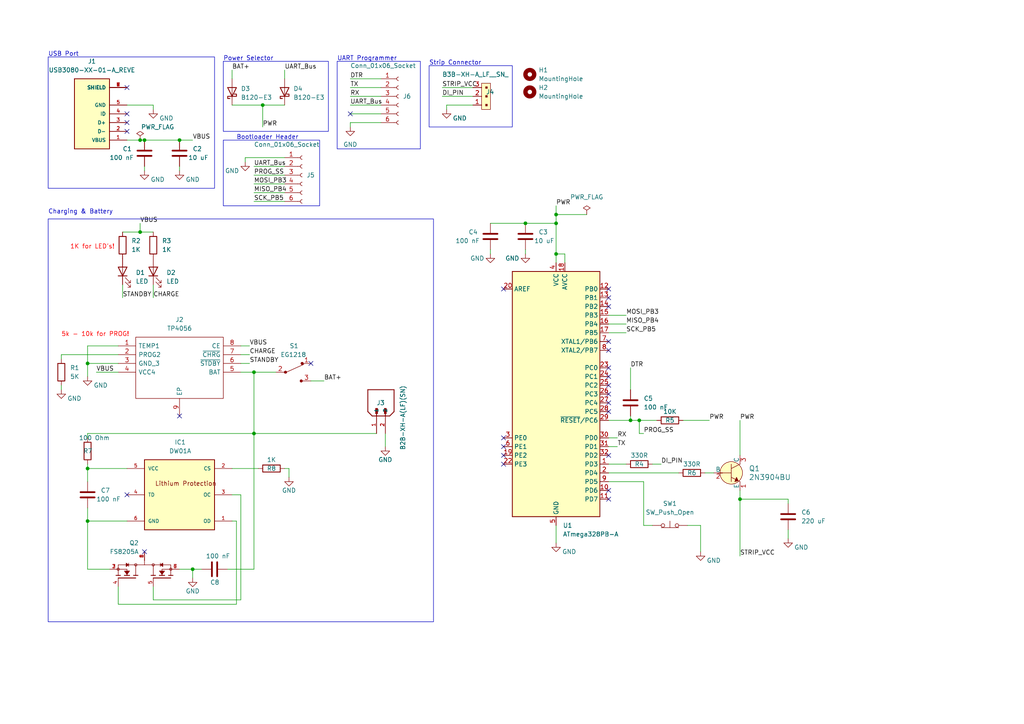
<source format=kicad_sch>
(kicad_sch (version 20230121) (generator eeschema)
  (paper "A4")
  (lib_symbols
    (symbol "B2B-XH-A_LF__SN_:B2B-XH-A(LF)(SN)" (pin_names (offset 1.016))
      (property "Reference" "J" (at 0 6.35 0))
      (property "Value" "B2B-XH-A(LF)(SN)" (at 0 -5.08 0))
      (symbol "B2B-XH-A(LF)(SN)_0_0"
        (polyline (pts (xy 0 -1.27) (xy 1.27 -2.54)) (stroke (width 0.254)))
        (polyline (pts (xy 0 0) (xy 1.905 0)) (stroke (width 0.254)))
        (polyline (pts (xy 0 2.54) (xy 0 -1.27)) (stroke (width 0.254)))
        (polyline (pts (xy 0 2.54) (xy 1.905 2.54)) (stroke (width 0.254)))
        (polyline (pts (xy 0 3.81) (xy 0 2.54)) (stroke (width 0.254)))
        (polyline (pts (xy 0 3.81) (xy 1.27 5.08)) (stroke (width 0.254)))
        (polyline (pts (xy 1.27 -2.54) (xy 7.62 -2.54)) (stroke (width 0.254)))
        (polyline (pts (xy 7.62 -2.54) (xy 7.62 5.08)) (stroke (width 0.254)))
        (polyline (pts (xy 7.62 5.08) (xy 1.27 5.08)) (stroke (width 0.254)))
        (rectangle (start 0.635 -0.3175) (end 2.2225 0.3175) (stroke (width 0.1)) (fill (type outline)))
        (rectangle (start 0.635 2.2225) (end 2.2225 2.8575) (stroke (width 0.1)) (fill (type outline)))
        (pin passive line (at -5.08 2.54 0) (length 5.08) (name "1") (number "1"))
        (pin passive line (at -5.08 0 0) (length 5.08) (name "2") (number "2"))
      )
    )
    (symbol "Connector:Conn_01x06_Socket" (pin_names (offset 1.016) hide)
      (property "Reference" "J" (at 0 7.62 0))
      (property "Value" "Conn_01x06_Socket" (at 0 -10.16 0))
      (symbol "Conn_01x06_Socket_1_1"
        (arc (start 0 -7.112) (mid -0.5058 -7.62) (end 0 -8.128) (stroke (width 0.1524)))
        (arc (start 0 -4.572) (mid -0.5058 -5.08) (end 0 -5.588) (stroke (width 0.1524)))
        (arc (start 0 -2.032) (mid -0.5058 -2.54) (end 0 -3.048) (stroke (width 0.1524)))
        (polyline (pts (xy -1.27 -7.62) (xy -0.508 -7.62)) (stroke (width 0.1524)))
        (polyline (pts (xy -1.27 -5.08) (xy -0.508 -5.08)) (stroke (width 0.1524)))
        (polyline (pts (xy -1.27 -2.54) (xy -0.508 -2.54)) (stroke (width 0.1524)))
        (polyline (pts (xy -1.27 0) (xy -0.508 0)) (stroke (width 0.1524)))
        (polyline (pts (xy -1.27 2.54) (xy -0.508 2.54)) (stroke (width 0.1524)))
        (polyline (pts (xy -1.27 5.08) (xy -0.508 5.08)) (stroke (width 0.1524)))
        (arc (start 0 0.508) (mid -0.5058 0) (end 0 -0.508) (stroke (width 0.1524)))
        (arc (start 0 3.048) (mid -0.5058 2.54) (end 0 2.032) (stroke (width 0.1524)))
        (arc (start 0 5.588) (mid -0.5058 5.08) (end 0 4.572) (stroke (width 0.1524)))
        (pin passive line (at -5.08 5.08 0) (length 3.81) (name "Pin_1") (number "1"))
        (pin passive line (at -5.08 2.54 0) (length 3.81) (name "Pin_2") (number "2"))
        (pin passive line (at -5.08 0 0) (length 3.81) (name "Pin_3") (number "3"))
        (pin passive line (at -5.08 -2.54 0) (length 3.81) (name "Pin_4") (number "4"))
        (pin passive line (at -5.08 -5.08 0) (length 3.81) (name "Pin_5") (number "5"))
        (pin passive line (at -5.08 -7.62 0) (length 3.81) (name "Pin_6") (number "6"))
      )
    )
    (symbol "DW01A:DW01A" (pin_names (offset 1.016))
      (property "Reference" "IC" (at -5.08 11.43 0))
      (property "Value" "DW01A" (at -5.08 -12.7 0))
      (symbol "DW01A_0_0"
        (rectangle (start -10.16 -10.16) (end 10.16 10.16) (stroke (width 0.254)) (fill (type background)))
        (text "Lithium Protection" (at -7.112 2.54 0) (effects (font (size 1.27 1.27)) (justify left bottom)))
        (pin bidirectional line (at 15.24 -7.62 180) (length 5.08) (name "OD") (number "1"))
        (pin bidirectional line (at 15.24 7.62 180) (length 5.08) (name "CS") (number "2"))
        (pin bidirectional line (at 15.24 0 180) (length 5.08) (name "OC") (number "3"))
        (pin bidirectional line (at -15.24 0 0) (length 5.08) (name "TD") (number "4"))
        (pin power_in line (at -15.24 7.62 0) (length 5.08) (name "VCC") (number "5"))
        (pin power_in line (at -15.24 -7.62 0) (length 5.08) (name "GND") (number "6"))
      )
    )
    (symbol "Device:C" (pin_numbers hide) (pin_names (offset 0.254))
      (property "Reference" "C" (at 0.635 2.54 0))
      (property "Value" "C" (at 0.635 -2.54 0))
      (symbol "C_0_1"
        (polyline (pts (xy -2.032 -0.762) (xy 2.032 -0.762)) (stroke (width 0.508)))
        (polyline (pts (xy -2.032 0.762) (xy 2.032 0.762)) (stroke (width 0.508)))
      )
      (symbol "C_1_1"
        (pin passive line (at 0 3.81 270) (length 2.794) (name "~") (number "1"))
        (pin passive line (at 0 -3.81 90) (length 2.794) (name "~") (number "2"))
      )
    )
    (symbol "Device:LED" (pin_numbers hide) (pin_names (offset 1.016) hide)
      (property "Reference" "D" (at 0 2.54 0))
      (property "Value" "LED" (at 0 -2.54 0))
      (symbol "LED_0_1"
        (polyline (pts (xy -1.27 -1.27) (xy -1.27 1.27)) (stroke (width 0.254)))
        (polyline (pts (xy -1.27 0) (xy 1.27 0)))
        (polyline (pts (xy 1.27 -1.27) (xy 1.27 1.27) (xy -1.27 0) (xy 1.27 -1.27)) (stroke (width 0.254)))
        (polyline (pts (xy -3.048 -0.762) (xy -4.572 -2.286) (xy -3.81 -2.286) (xy -4.572 -2.286) (xy -4.572 -1.524)))
        (polyline (pts (xy -1.778 -0.762) (xy -3.302 -2.286) (xy -2.54 -2.286) (xy -3.302 -2.286) (xy -3.302 -1.524)))
      )
      (symbol "LED_1_1"
        (pin passive line (at -3.81 0 0) (length 2.54) (name "K") (number "1"))
        (pin passive line (at 3.81 0 180) (length 2.54) (name "A") (number "2"))
      )
    )
    (symbol "Device:R" (pin_numbers hide) (pin_names (offset 0))
      (property "Reference" "R" (at 2.032 0 90))
      (property "Value" "R" (at 0 0 90))
      (symbol "R_0_1"
        (rectangle (start -1.016 -2.54) (end 1.016 2.54) (stroke (width 0.254)))
      )
      (symbol "R_1_1"
        (pin passive line (at 0 3.81 270) (length 1.27) (name "~") (number "1"))
        (pin passive line (at 0 -3.81 90) (length 1.27) (name "~") (number "2"))
      )
    )
    (symbol "Diode:B120-E3" (pin_numbers hide) (pin_names hide)
      (property "Reference" "D" (at 0 2.54 0))
      (property "Value" "B120-E3" (at 0 -2.54 0))
      (symbol "B120-E3_0_1"
        (polyline (pts (xy 1.27 0) (xy -1.27 0)))
        (polyline (pts (xy 1.27 1.27) (xy 1.27 -1.27) (xy -1.27 0) (xy 1.27 1.27)) (stroke (width 0.254)))
        (polyline (pts (xy -1.905 0.635) (xy -1.905 1.27) (xy -1.27 1.27) (xy -1.27 -1.27) (xy -0.635 -1.27) (xy -0.635 -0.635)) (stroke (width 0.254)))
      )
      (symbol "B120-E3_1_1"
        (pin passive line (at -3.81 0 0) (length 2.54) (name "K") (number "1"))
        (pin passive line (at 3.81 0 180) (length 2.54) (name "A") (number "2"))
      )
    )
    (symbol "FS8205A:FS8205A" (pin_names (offset 1.016))
      (property "Reference" "Q" (at -11.43 7.62 0))
      (property "Value" "FS8205A" (at -11.43 -12.7 0))
      (symbol "FS8205A_0_0"
        (circle (center 0 -7.62) (radius 0.3592))
        (polyline (pts (xy -2.54 -2.54) (xy -2.54 -7.62)) (stroke (width 0.254)))
        (polyline (pts (xy -2.54 7.62) (xy -2.54 2.54)) (stroke (width 0.254)))
        (polyline (pts (xy -1.778 -7.62) (xy -1.778 -8.255)) (stroke (width 0.254)))
        (polyline (pts (xy -1.778 -6.985) (xy -1.778 -7.62)) (stroke (width 0.254)))
        (polyline (pts (xy -1.778 -5.08) (xy -1.778 -5.842)) (stroke (width 0.254)))
        (polyline (pts (xy -1.778 -5.08) (xy 0 -5.08)) (stroke (width 0.1524)))
        (polyline (pts (xy -1.778 -4.318) (xy -1.778 -5.08)) (stroke (width 0.254)))
        (polyline (pts (xy -1.778 -2.54) (xy -1.778 -3.175)) (stroke (width 0.254)))
        (polyline (pts (xy -1.778 -2.54) (xy 1.27 -2.54)) (stroke (width 0.1524)))
        (polyline (pts (xy -1.778 -1.905) (xy -1.778 -2.54)) (stroke (width 0.254)))
        (polyline (pts (xy -1.778 2.54) (xy -1.778 1.905)) (stroke (width 0.254)))
        (polyline (pts (xy -1.778 3.175) (xy -1.778 2.54)) (stroke (width 0.254)))
        (polyline (pts (xy -1.778 5.08) (xy -1.778 4.318)) (stroke (width 0.254)))
        (polyline (pts (xy -1.778 5.08) (xy 0 5.08)) (stroke (width 0.1524)))
        (polyline (pts (xy -1.778 5.842) (xy -1.778 5.08)) (stroke (width 0.254)))
        (polyline (pts (xy -1.778 7.62) (xy -1.778 6.985)) (stroke (width 0.254)))
        (polyline (pts (xy -1.778 7.62) (xy 1.27 7.62)) (stroke (width 0.1524)))
        (polyline (pts (xy -1.778 8.255) (xy -1.778 7.62)) (stroke (width 0.254)))
        (polyline (pts (xy 0 -7.62) (xy -1.778 -7.62)) (stroke (width 0.1524)))
        (polyline (pts (xy 0 -7.62) (xy 1.27 -7.62)) (stroke (width 0.1524)))
        (polyline (pts (xy 0 -5.08) (xy 0 -7.62)) (stroke (width 0.1524)))
        (polyline (pts (xy 0 7.62) (xy 0 5.08)) (stroke (width 0.1524)))
        (polyline (pts (xy 0.762 4.572) (xy 1.27 4.572)) (stroke (width 0.1524)))
        (polyline (pts (xy 1.27 -4.572) (xy 0.762 -4.572)) (stroke (width 0.1524)))
        (polyline (pts (xy 1.27 -4.572) (xy 1.27 -7.62)) (stroke (width 0.1524)))
        (polyline (pts (xy 1.27 -2.54) (xy 1.27 -4.572)) (stroke (width 0.1524)))
        (polyline (pts (xy 1.27 -2.54) (xy 1.27 0)) (stroke (width 0.1524)))
        (polyline (pts (xy 1.27 0) (xy 1.27 2.54)) (stroke (width 0.1524)))
        (polyline (pts (xy 1.27 0) (xy 2.54 0)) (stroke (width 0.1524)))
        (polyline (pts (xy 1.27 2.54) (xy -1.778 2.54)) (stroke (width 0.1524)))
        (polyline (pts (xy 1.27 2.54) (xy 1.27 4.572)) (stroke (width 0.1524)))
        (polyline (pts (xy 1.27 4.572) (xy 1.27 7.62)) (stroke (width 0.1524)))
        (polyline (pts (xy 1.27 4.572) (xy 1.778 4.572)) (stroke (width 0.1524)))
        (polyline (pts (xy 1.778 -4.572) (xy 1.27 -4.572)) (stroke (width 0.1524)))
        (polyline (pts (xy -1.524 -5.08) (xy -0.508 -4.318) (xy -0.508 -5.842) (xy -1.524 -5.08)) (stroke (width 0.1524)) (fill (type outline)))
        (polyline (pts (xy -1.524 5.08) (xy -0.508 5.842) (xy -0.508 4.318) (xy -1.524 5.08)) (stroke (width 0.1524)) (fill (type outline)))
        (polyline (pts (xy 1.27 -4.572) (xy 0.762 -5.334) (xy 1.778 -5.334) (xy 1.27 -4.572)) (stroke (width 0.1524)) (fill (type outline)))
        (polyline (pts (xy 1.27 4.572) (xy 1.778 5.334) (xy 0.762 5.334) (xy 1.27 4.572)) (stroke (width 0.1524)) (fill (type outline)))
        (circle (center 0 7.62) (radius 0.3592))
        (circle (center 1.27 -2.54) (radius 0.3592))
        (circle (center 1.27 2.54) (radius 0.3592))
        (pin passive line (at 5.08 0 180) (length 2.54) (name "~") (number "1"))
        (pin passive line (at 0 -10.16 90) (length 2.54) (name "~") (number "2"))
        (pin passive line (at 0 -10.16 90) (length 2.54) (name "~") (number "3"))
        (pin passive line (at -5.08 -7.62 0) (length 2.54) (name "~") (number "4"))
        (pin passive line (at -5.08 2.54 0) (length 2.54) (name "~") (number "5"))
        (pin passive line (at 0 10.16 270) (length 2.54) (name "~") (number "6"))
        (pin passive line (at 0 10.16 270) (length 2.54) (name "~") (number "7"))
        (pin passive line (at 5.08 0 180) (length 2.54) (name "~") (number "8"))
      )
    )
    (symbol "MCU_Microchip_ATmega:ATmega328PB-A"
      (property "Reference" "U" (at -12.7 36.83 0))
      (property "Value" "ATmega328PB-A" (at 2.54 -36.83 0))
      (symbol "ATmega328PB-A_0_1"
        (rectangle (start -12.7 -35.56) (end 12.7 35.56) (stroke (width 0.254)) (fill (type background)))
      )
      (symbol "ATmega328PB-A_1_1"
        (pin bidirectional line (at 15.24 -20.32 180) (length 2.54) (name "PD3") (number "1"))
        (pin bidirectional line (at 15.24 -27.94 180) (length 2.54) (name "PD6") (number "10"))
        (pin bidirectional line (at 15.24 -30.48 180) (length 2.54) (name "PD7") (number "11"))
        (pin bidirectional line (at 15.24 30.48 180) (length 2.54) (name "PB0") (number "12"))
        (pin bidirectional line (at 15.24 27.94 180) (length 2.54) (name "PB1") (number "13"))
        (pin bidirectional line (at 15.24 25.4 180) (length 2.54) (name "PB2") (number "14"))
        (pin bidirectional line (at 15.24 22.86 180) (length 2.54) (name "PB3") (number "15"))
        (pin bidirectional line (at 15.24 20.32 180) (length 2.54) (name "PB4") (number "16"))
        (pin bidirectional line (at 15.24 17.78 180) (length 2.54) (name "PB5") (number "17"))
        (pin power_in line (at 2.54 38.1 270) (length 2.54) (name "AVCC") (number "18"))
        (pin bidirectional line (at -15.24 -17.78 0) (length 2.54) (name "PE2") (number "19"))
        (pin bidirectional line (at 15.24 -22.86 180) (length 2.54) (name "PD4") (number "2"))
        (pin passive line (at -15.24 30.48 0) (length 2.54) (name "AREF") (number "20"))
        (pin passive line (at 0 -38.1 90) (length 2.54) hide (name "GND") (number "21"))
        (pin bidirectional line (at -15.24 -20.32 0) (length 2.54) (name "PE3") (number "22"))
        (pin bidirectional line (at 15.24 7.62 180) (length 2.54) (name "PC0") (number "23"))
        (pin bidirectional line (at 15.24 5.08 180) (length 2.54) (name "PC1") (number "24"))
        (pin bidirectional line (at 15.24 2.54 180) (length 2.54) (name "PC2") (number "25"))
        (pin bidirectional line (at 15.24 0 180) (length 2.54) (name "PC3") (number "26"))
        (pin bidirectional line (at 15.24 -2.54 180) (length 2.54) (name "PC4") (number "27"))
        (pin bidirectional line (at 15.24 -5.08 180) (length 2.54) (name "PC5") (number "28"))
        (pin bidirectional line (at 15.24 -7.62 180) (length 2.54) (name "~{RESET}/PC6") (number "29"))
        (pin bidirectional line (at -15.24 -12.7 0) (length 2.54) (name "PE0") (number "3"))
        (pin bidirectional line (at 15.24 -12.7 180) (length 2.54) (name "PD0") (number "30"))
        (pin bidirectional line (at 15.24 -15.24 180) (length 2.54) (name "PD1") (number "31"))
        (pin bidirectional line (at 15.24 -17.78 180) (length 2.54) (name "PD2") (number "32"))
        (pin power_in line (at 0 38.1 270) (length 2.54) (name "VCC") (number "4"))
        (pin power_in line (at 0 -38.1 90) (length 2.54) (name "GND") (number "5"))
        (pin bidirectional line (at -15.24 -15.24 0) (length 2.54) (name "PE1") (number "6"))
        (pin bidirectional line (at 15.24 15.24 180) (length 2.54) (name "XTAL1/PB6") (number "7"))
        (pin bidirectional line (at 15.24 12.7 180) (length 2.54) (name "XTAL2/PB7") (number "8"))
        (pin bidirectional line (at 15.24 -25.4 180) (length 2.54) (name "PD5") (number "9"))
      )
    )
    (symbol "Mechanical:MountingHole" (pin_names (offset 1.016))
      (property "Reference" "H" (at 0 5.08 0))
      (property "Value" "MountingHole" (at 0 3.175 0))
      (symbol "MountingHole_0_1"
        (circle (center 0 0) (radius 1.27) (stroke (width 1.27)))
      )
    )
    (symbol "Switch:SW_Push_Open" (pin_numbers hide) (pin_names (offset 1.016) hide)
      (property "Reference" "SW" (at 0 2.54 0))
      (property "Value" "SW_Push_Open" (at 0 -1.905 0))
      (symbol "SW_Push_Open_0_1"
        (circle (center -2.032 0) (radius 0.508))
        (polyline (pts (xy -2.54 -0.635) (xy 2.54 -0.635)))
        (polyline (pts (xy 0 -0.635) (xy 0 1.27)))
        (circle (center 2.032 0) (radius 0.508))
        (pin passive line (at -5.08 0 0) (length 2.54) (name "A") (number "1"))
      )
      (symbol "SW_Push_Open_1_1"
        (pin passive line (at 5.08 0 180) (length 2.54) (name "B") (number "2"))
      )
    )
    (symbol "TP4056:TP4056" (pin_names (offset 0.762))
      (property "Reference" "J" (at 31.75 7.62 0))
      (property "Value" "TP4056" (at 31.75 5.08 0))
      (symbol "TP4056_0_0"
        (pin passive line (at 0 0 0) (length 5.08) (name "TEMP1") (number "1"))
        (pin passive line (at 0 -2.54 0) (length 5.08) (name "PROG2") (number "2"))
        (pin passive line (at 0 -5.08 0) (length 5.08) (name "GND_3") (number "3"))
        (pin passive line (at 0 -7.62 0) (length 5.08) (name "VCC4") (number "4"))
        (pin passive line (at 35.56 -7.62 180) (length 5.08) (name "BAT") (number "5"))
        (pin passive line (at 35.56 -5.08 180) (length 5.08) (name "~{STDBY}") (number "6"))
        (pin passive line (at 35.56 -2.54 180) (length 5.08) (name "~{CHRG}") (number "7"))
        (pin passive line (at 35.56 0 180) (length 5.08) (name "CE") (number "8"))
        (pin passive line (at 17.78 -20.32 90) (length 5.08) (name "EP") (number "9"))
      )
      (symbol "TP4056_0_1"
        (polyline (pts (xy 5.08 2.54) (xy 30.48 2.54) (xy 30.48 -15.24) (xy 5.08 -15.24) (xy 5.08 2.54)) (stroke (width 0.1524)))
      )
    )
    (symbol "USB3080-XX-01-A_REVE:USB3080-XX-01-A_REVE" (pin_names (offset 1.016))
      (property "Reference" "J" (at -5.0892 10.6872 0))
      (property "Value" "USB3080-XX-01-A_REVE" (at -5.0891 -12.7227 0))
      (symbol "USB3080-XX-01-A_REVE_0_0"
        (rectangle (start -5.08 -10.16) (end 5.08 10.16) (stroke (width 0.254)) (fill (type background)))
        (pin power_in line (at -10.16 7.62 0) (length 5.08) (name "VBUS") (number "1"))
        (pin bidirectional line (at -10.16 5.08 0) (length 5.08) (name "D-") (number "2"))
        (pin bidirectional line (at -10.16 2.54 0) (length 5.08) (name "D+") (number "3"))
        (pin bidirectional line (at -10.16 0 0) (length 5.08) (name "ID") (number "4"))
        (pin power_in line (at -10.16 -2.54 0) (length 5.08) (name "GND") (number "5"))
        (pin power_in line (at -10.16 -7.62 0) (length 5.08) (name "SHIELD") (number "6"))
        (pin power_in line (at -10.16 -7.62 0) (length 5.08) (name "SHIELD") (number "7"))
        (pin power_in line (at -10.16 -7.62 0) (length 5.08) (name "SHIELD") (number "8"))
        (pin power_in line (at -10.16 -7.62 0) (length 5.08) (name "SHIELD") (number "9"))
      )
    )
    (symbol "dk_Rectangular-Connectors-Headers-Male-Pins:B3B-XH-A_LF__SN_" (pin_names (offset 1.016) hide)
      (property "Reference" "J" (at -2.54 -1.27 0))
      (property "Value" "B3B-XH-A_LF__SN_" (at 2.54 -3.81 0))
      (symbol "B3B-XH-A_LF__SN__1_1"
        (rectangle (start -1.27 0) (end 6.35 -2.54) (fill (type background)))
        (rectangle (start -0.254 -1.143) (end 0.254 -1.651) (fill (type outline)))
        (rectangle (start 2.286 -1.143) (end 2.794 -1.651) (fill (type outline)))
        (rectangle (start 4.826 -1.143) (end 5.334 -1.651) (fill (type outline)))
        (pin passive line (at 0 2.54 270) (length 2.54) (name "~") (number "1"))
        (pin passive line (at 2.54 2.54 270) (length 2.54) (name "~") (number "2"))
        (pin passive line (at 5.08 2.54 270) (length 2.54) (name "~") (number "3"))
      )
    )
    (symbol "dk_Slide-Switches:EG1218" (pin_names (offset 0))
      (property "Reference" "S" (at -3.81 2.286 0))
      (property "Value" "EG1218" (at 0 -5.334 0))
      (symbol "EG1218_0_1"
        (circle (center -2.286 0) (radius 0.3556) (fill (type outline)))
        (polyline (pts (xy -2.032 0) (xy 3.048 2.286)))
        (circle (center 2.286 -2.54) (radius 0.3556) (fill (type outline)))
        (circle (center 2.54 2.54) (radius 0.3556) (fill (type outline)))
      )
      (symbol "EG1218_1_1"
        (pin passive line (at 5.08 2.54 180) (length 2.54) (name "~") (number "1"))
        (pin passive line (at -5.08 0 0) (length 2.54) (name "~") (number "2"))
        (pin passive line (at 5.08 -2.54 180) (length 2.54) (name "~") (number "3"))
      )
    )
    (symbol "dk_Transistors-Bipolar-BJT-Single:2N3904BU" (pin_names (offset 0))
      (property "Reference" "Q" (at -3.2004 4.2164 0))
      (property "Value" "2N3904BU" (at 5.2324 0 90))
      (symbol "2N3904BU_0_1"
        (polyline (pts (xy -3.81 0) (xy -2.54 0)))
        (polyline (pts (xy -3.556 0) (xy 0 0)))
        (polyline (pts (xy 0 -1.27) (xy 2.54 -2.54)))
        (polyline (pts (xy 0 1.27) (xy 2.54 2.54)))
        (polyline (pts (xy 0 2.54) (xy 0 -2.54)))
        (polyline (pts (xy 1.524 -1.27) (xy 2.032 -2.286) (xy 1.016 -2.54) (xy 1.524 -1.27)) (fill (type outline)))
        (circle (center 0 0) (radius 3.2512) (fill (type background)))
      )
      (symbol "2N3904BU_1_1"
        (pin passive line (at 2.54 -5.08 90) (length 2.54) (name "E") (number "1"))
        (pin input line (at -5.08 0 0) (length 2.54) (name "B") (number "2"))
        (pin passive line (at 2.54 5.08 270) (length 2.54) (name "C") (number "3"))
      )
    )
    (symbol "power:GND" (power) (pin_names (offset 0))
      (property "Value" "GND" (at 0 -3.81 0))
      (symbol "GND_0_1"
        (polyline (pts (xy 0 0) (xy 0 -1.27) (xy 1.27 -1.27) (xy 0 -2.54) (xy -1.27 -1.27) (xy 0 -1.27)))
      )
      (symbol "GND_1_1"
        (pin power_in line (at 0 0 270) (length 0) hide (name "GND") (number "1"))
      )
    )
    (symbol "power:PWR_FLAG" (power) (pin_numbers hide) (pin_names (offset 0) hide)
      (property "Value" "PWR_FLAG" (at 0 3.81 0))
      (symbol "PWR_FLAG_0_0"
        (pin power_out line (at 0 0 90) (length 0) (name "pwr") (number "1"))
      )
      (symbol "PWR_FLAG_0_1"
        (polyline (pts (xy 0 0) (xy 0 1.27) (xy -1.016 1.905) (xy 0 2.54) (xy 1.016 1.905) (xy 0 1.27)))
      )
    )
  )
  (junction (at 161.29 73.66))
  (junction (at 214.63 144.78))
  (junction (at 41.91 40.64))
  (junction (at 55.88 165.1))
  (junction (at 185.42 121.92))
  (junction (at 76.2 30.48))
  (junction (at 152.4 64.77))
  (junction (at 25.4 135.89))
  (junction (at 73.66 125.73))
  (junction (at 40.64 40.64))
  (junction (at 73.66 107.95))
  (junction (at 40.64 67.31))
  (junction (at 25.4 151.13))
  (junction (at 161.29 64.77))
  (junction (at 25.4 105.41))
  (junction (at 182.88 121.92))
  (junction (at 52.07 40.64))
  (junction (at 161.29 62.23))
  (no_connect (at 176.53 101.6))
  (no_connect (at 176.53 132.08))
  (no_connect (at 176.53 111.76))
  (no_connect (at 176.53 119.38))
  (no_connect (at 176.53 88.9))
  (no_connect (at 176.53 144.78))
  (no_connect (at 36.83 25.4))
  (no_connect (at 176.53 142.24))
  (no_connect (at 146.05 83.82))
  (no_connect (at 176.53 83.82))
  (no_connect (at 90.17 105.41))
  (no_connect (at 146.05 129.54))
  (no_connect (at 176.53 86.36))
  (no_connect (at 176.53 99.06))
  (no_connect (at 146.05 134.62))
  (no_connect (at 176.53 109.22))
  (no_connect (at 36.83 143.51))
  (no_connect (at 146.05 132.08))
  (no_connect (at 176.53 106.68))
  (no_connect (at 176.53 116.84))
  (no_connect (at 36.83 38.1))
  (no_connect (at 146.05 127))
  (no_connect (at 176.53 114.3))
  (no_connect (at 36.83 35.56))
  (no_connect (at 41.91 160.02))
  (no_connect (at 52.07 120.65))
  (no_connect (at 36.83 33.02))
  (no_connect (at 101.6 33.02))
  (wire (pts (xy 36.83 40.64) (xy 40.64 40.64)))
  (wire (pts (xy 182.88 106.68) (xy 182.88 113.03)))
  (wire (pts (xy 34.29 102.87) (xy 17.78 102.87)))
  (wire (pts (xy 214.63 144.78) (xy 228.6 144.78)))
  (wire (pts (xy 73.66 125.73) (xy 109.22 125.73)))
  (wire (pts (xy 101.6 36.83) (xy 101.6 35.56)))
  (wire (pts (xy 44.45 30.48) (xy 44.45 31.75)))
  (wire (pts (xy 40.64 67.31) (xy 44.45 67.31)))
  (wire (pts (xy 25.4 134.62) (xy 25.4 135.89)))
  (wire (pts (xy 40.64 64.77) (xy 40.64 67.31)))
  (wire (pts (xy 34.29 170.18) (xy 34.29 175.26)))
  (wire (pts (xy 128.27 27.94) (xy 137.16 27.94)))
  (wire (pts (xy 34.29 105.41) (xy 25.4 105.41)))
  (wire (pts (xy 73.66 53.34) (xy 82.55 53.34)))
  (wire (pts (xy 176.53 96.52) (xy 181.61 96.52)))
  (wire (pts (xy 73.66 50.8) (xy 82.55 50.8)))
  (wire (pts (xy 67.31 20.32) (xy 67.31 22.86)))
  (wire (pts (xy 182.88 121.92) (xy 185.42 121.92)))
  (wire (pts (xy 44.45 82.55) (xy 44.45 86.36)))
  (wire (pts (xy 83.82 135.89) (xy 83.82 138.43)))
  (wire (pts (xy 52.07 165.1) (xy 55.88 165.1)))
  (wire (pts (xy 69.85 100.33) (xy 72.39 100.33)))
  (wire (pts (xy 34.29 100.33) (xy 25.4 100.33)))
  (wire (pts (xy 76.2 30.48) (xy 76.2 36.83)))
  (wire (pts (xy 25.4 139.7) (xy 25.4 135.89)))
  (wire (pts (xy 68.58 175.26) (xy 68.58 151.13)))
  (wire (pts (xy 69.85 143.51) (xy 67.31 143.51)))
  (wire (pts (xy 35.56 82.55) (xy 35.56 86.36)))
  (wire (pts (xy 198.12 121.92) (xy 205.74 121.92)))
  (wire (pts (xy 73.66 55.88) (xy 82.55 55.88)))
  (wire (pts (xy 55.88 165.1) (xy 58.42 165.1)))
  (wire (pts (xy 186.69 139.7) (xy 186.69 152.4)))
  (wire (pts (xy 142.24 73.66) (xy 142.24 72.39)))
  (wire (pts (xy 25.4 105.41) (xy 25.4 109.22)))
  (wire (pts (xy 176.53 91.44) (xy 181.61 91.44)))
  (wire (pts (xy 179.07 127) (xy 176.53 127)))
  (wire (pts (xy 25.4 125.73) (xy 73.66 125.73)))
  (wire (pts (xy 128.27 25.4) (xy 137.16 25.4)))
  (wire (pts (xy 82.55 135.89) (xy 83.82 135.89)))
  (wire (pts (xy 185.42 125.73) (xy 186.69 125.73)))
  (wire (pts (xy 214.63 144.78) (xy 214.63 161.29)))
  (wire (pts (xy 55.88 165.1) (xy 55.88 167.64)))
  (wire (pts (xy 101.6 33.02) (xy 110.49 33.02)))
  (wire (pts (xy 161.29 59.69) (xy 161.29 62.23)))
  (wire (pts (xy 25.4 100.33) (xy 25.4 105.41)))
  (wire (pts (xy 52.07 48.26) (xy 52.07 49.53)))
  (wire (pts (xy 40.64 40.64) (xy 41.91 40.64)))
  (wire (pts (xy 73.66 125.73) (xy 73.66 165.1)))
  (wire (pts (xy 90.17 110.49) (xy 93.98 110.49)))
  (wire (pts (xy 170.18 62.23) (xy 161.29 62.23)))
  (wire (pts (xy 189.23 152.4) (xy 186.69 152.4)))
  (wire (pts (xy 17.78 111.76) (xy 17.78 113.03)))
  (wire (pts (xy 69.85 102.87) (xy 72.39 102.87)))
  (wire (pts (xy 73.66 58.42) (xy 82.55 58.42)))
  (wire (pts (xy 161.29 73.66) (xy 163.83 73.66)))
  (wire (pts (xy 186.69 139.7) (xy 176.53 139.7)))
  (wire (pts (xy 101.6 22.86) (xy 110.49 22.86)))
  (wire (pts (xy 161.29 64.77) (xy 161.29 73.66)))
  (wire (pts (xy 163.83 73.66) (xy 163.83 76.2)))
  (wire (pts (xy 73.66 48.26) (xy 82.55 48.26)))
  (wire (pts (xy 25.4 151.13) (xy 25.4 147.32)))
  (wire (pts (xy 185.42 121.92) (xy 185.42 125.73)))
  (wire (pts (xy 25.4 151.13) (xy 25.4 165.1)))
  (wire (pts (xy 71.12 45.72) (xy 82.55 45.72)))
  (wire (pts (xy 161.29 62.23) (xy 161.29 64.77)))
  (wire (pts (xy 176.53 93.98) (xy 181.61 93.98)))
  (wire (pts (xy 129.54 31.75) (xy 129.54 30.48)))
  (wire (pts (xy 228.6 146.05) (xy 228.6 144.78)))
  (wire (pts (xy 101.6 30.48) (xy 110.49 30.48)))
  (wire (pts (xy 176.53 137.16) (xy 196.85 137.16)))
  (wire (pts (xy 111.76 125.73) (xy 111.76 129.54)))
  (wire (pts (xy 69.85 173.99) (xy 69.85 143.51)))
  (wire (pts (xy 82.55 20.32) (xy 82.55 22.86)))
  (wire (pts (xy 189.23 134.62) (xy 191.77 134.62)))
  (wire (pts (xy 101.6 35.56) (xy 110.49 35.56)))
  (wire (pts (xy 71.12 45.72) (xy 71.12 46.99)))
  (wire (pts (xy 152.4 64.77) (xy 161.29 64.77)))
  (wire (pts (xy 73.66 107.95) (xy 80.01 107.95)))
  (wire (pts (xy 25.4 135.89) (xy 36.83 135.89)))
  (wire (pts (xy 41.91 40.64) (xy 52.07 40.64)))
  (wire (pts (xy 36.83 151.13) (xy 25.4 151.13)))
  (wire (pts (xy 44.45 173.99) (xy 69.85 173.99)))
  (wire (pts (xy 52.07 40.64) (xy 55.88 40.64)))
  (wire (pts (xy 69.85 107.95) (xy 73.66 107.95)))
  (wire (pts (xy 69.85 105.41) (xy 72.39 105.41)))
  (wire (pts (xy 25.4 127) (xy 25.4 125.73)))
  (wire (pts (xy 66.04 165.1) (xy 73.66 165.1)))
  (wire (pts (xy 203.2 160.02) (xy 203.2 152.4)))
  (wire (pts (xy 35.56 67.31) (xy 40.64 67.31)))
  (wire (pts (xy 228.6 153.67) (xy 228.6 156.21)))
  (wire (pts (xy 204.47 137.16) (xy 207.01 137.16)))
  (wire (pts (xy 214.63 142.24) (xy 214.63 144.78)))
  (wire (pts (xy 34.29 175.26) (xy 68.58 175.26)))
  (wire (pts (xy 129.54 30.48) (xy 137.16 30.48)))
  (wire (pts (xy 161.29 152.4) (xy 161.29 157.48)))
  (wire (pts (xy 67.31 30.48) (xy 76.2 30.48)))
  (wire (pts (xy 27.94 107.95) (xy 34.29 107.95)))
  (wire (pts (xy 176.53 121.92) (xy 182.88 121.92)))
  (wire (pts (xy 31.75 165.1) (xy 25.4 165.1)))
  (wire (pts (xy 182.88 120.65) (xy 182.88 121.92)))
  (wire (pts (xy 214.63 121.92) (xy 214.63 132.08)))
  (wire (pts (xy 101.6 25.4) (xy 110.49 25.4)))
  (wire (pts (xy 67.31 135.89) (xy 74.93 135.89)))
  (wire (pts (xy 179.07 129.54) (xy 176.53 129.54)))
  (wire (pts (xy 68.58 151.13) (xy 67.31 151.13)))
  (wire (pts (xy 76.2 30.48) (xy 82.55 30.48)))
  (wire (pts (xy 176.53 134.62) (xy 181.61 134.62)))
  (wire (pts (xy 142.24 64.77) (xy 152.4 64.77)))
  (wire (pts (xy 203.2 152.4) (xy 199.39 152.4)))
  (wire (pts (xy 41.91 48.26) (xy 41.91 49.53)))
  (wire (pts (xy 161.29 76.2) (xy 161.29 73.66)))
  (wire (pts (xy 73.66 107.95) (xy 73.66 125.73)))
  (wire (pts (xy 36.83 30.48) (xy 44.45 30.48)))
  (wire (pts (xy 152.4 72.39) (xy 152.4 73.66)))
  (wire (pts (xy 185.42 121.92) (xy 190.5 121.92)))
  (wire (pts (xy 101.6 27.94) (xy 110.49 27.94)))
  (wire (pts (xy 44.45 170.18) (xy 44.45 173.99)))
  (wire (pts (xy 17.78 102.87) (xy 17.78 104.14)))
  (rectangle (start 13.97 63.5) (end 125.73 180.34))
  (rectangle (start 124.46 19.05) (end 148.59 36.83))
  (rectangle (start 97.79 17.78) (end 121.92 43.18))
  (rectangle (start 64.77 40.64) (end 92.71 59.69))
  (rectangle (start 13.97 16.51) (end 62.23 54.61))
  (rectangle (start 64.77 17.78) (end 95.25 38.1))
  (text "Power Selector" (at 64.77 17.78 0) (effects (font (size 1.27 1.27)) (justify left bottom)))
  (text "Charging & Battery" (at 13.97 62.23 0) (effects (font (size 1.27 1.27)) (justify left bottom)))
  (text "UART Programmer" (at 97.79 17.78 0) (effects (font (size 1.27 1.27)) (justify left bottom)))
  (text "USB Port" (at 13.97 16.51 0) (effects (font (size 1.27 1.27)) (justify left bottom)))
  (text "1K for LED's!\n" (at 20.32 72.39 0) (effects (font (size 1.27 1.27)) (justify left bottom)))
  (text "5k - 10k for PROG!" (at 17.78 97.79 0) (effects (font (size 1.27 1.27)) (justify left bottom)))
  (text "Bootloader Header" (at 68.58 40.64 0) (effects (font (size 1.27 1.27)) (justify left bottom)))
  (text "Strip Connector" (at 124.46 19.05 0) (effects (font (size 1.27 1.27)) (justify left bottom)))
  (label "DI_PIN" (at 191.77 134.62 0))
  (label "VBUS" (at 27.94 107.95 0))
  (label "DI_PIN" (at 128.27 27.94 0))
  (label "STRIP_VCC" (at 128.27 25.4 0))
  (label "UART_Bus" (at 101.6 30.48 0))
  (label "BAT+" (at 93.98 110.49 0))
  (label "PROG_SS" (at 73.66 50.8 0))
  (label "STANDBY" (at 35.56 86.36 0))
  (label "SCK_PB5" (at 181.61 96.52 0))
  (label "SCK_PB5" (at 73.66 58.42 0))
  (label "UART_Bus" (at 73.66 48.26 0))
  (label "STANDBY" (at 72.39 105.41 0))
  (label "BAT+" (at 67.31 20.32 0))
  (label "VBUS" (at 40.64 64.77 0))
  (label "UART_Bus" (at 82.55 20.32 0))
  (label "CHARGE" (at 44.45 86.36 0))
  (label "CHARGE" (at 72.39 102.87 0))
  (label "PWR" (at 76.2 36.83 0))
  (label "PWR" (at 214.63 121.92 0))
  (label "MOSI_PB3" (at 181.61 91.44 0))
  (label "PROG_SS" (at 186.69 125.73 0))
  (label "MISO_PB4" (at 181.61 93.98 0))
  (label "DTR" (at 101.6 22.86 0))
  (label "VBUS" (at 55.88 40.64 0))
  (label "STRIP_VCC" (at 214.63 161.29 0))
  (label "TX" (at 179.07 129.54 0))
  (label "VBUS" (at 72.39 100.33 0))
  (label "DTR" (at 182.88 106.68 0))
  (label "MISO_PB4" (at 73.66 55.88 0))
  (label "MOSI_PB3" (at 73.66 53.34 0))
  (label "PWR" (at 205.74 121.92 0))
  (label "TX" (at 101.6 25.4 0))
  (label "PWR" (at 161.29 59.69 0))
  (label "RX" (at 101.6 27.94 0))
  (label "RX" (at 179.07 127 0))
  (symbol (lib_id "Switch:SW_Push_Open") (at 194.31 152.4 0) (unit 1)
    (property "Reference" "SW1" (at 194.31 146.05 0))
    (property "Value" "SW_Push_Open" (at 194.31 148.59 0))
    (property "Footprint" "Button_Switch_THT:SW_PUSH_6mm" (effects hide))
  )
  (symbol (lib_id "Device:C") (at 52.07 44.45 0) (unit 1)
    (property "Reference" "C2" (at 55.88 43.18 0) (effects (justify left)))
    (property "Value" "10 uF" (at 54.61 45.72 0) (effects (justify left)))
    (property "Footprint" "Capacitor_SMD:C_0805_2012Metric" (effects hide))
  )
  (symbol (lib_id "power:GND") (at 101.6 36.83 0) (unit 1)
    (property "Reference" "#PWR012" (effects hide))
    (property "Value" "GND" (at 101.6 41.91 0))
  )
  (symbol (lib_id "Device:C") (at 142.24 68.58 0) (unit 1)
    (property "Reference" "C4" (at 135.89 67.31 0) (effects (justify left)))
    (property "Value" "100 nF" (at 132.08 69.85 0) (effects (justify left)))
    (property "Footprint" "Capacitor_SMD:C_0805_2012Metric" (effects hide))
  )
  (symbol (lib_id "power:PWR_FLAG") (at 40.64 40.64 0) (unit 1)
    (property "Reference" "#FLG01" (effects hide))
    (property "Value" "PWR_FLAG" (at 45.72 36.83 0))
  )
  (symbol (lib_id "Connector:Conn_01x06_Socket") (at 115.57 27.94 0) (unit 1)
    (property "Reference" "J6" (at 116.84 27.94 0) (effects (justify left)))
    (property "Value" "Conn_01x06_Socket" (at 101.6 19.05 0) (effects (justify left)))
    (property "Footprint" "Connector_PinSocket_2.54mm:PinSocket_1x06_P2.54mm_Vertical" (effects hide))
  )
  (symbol (lib_id "Mechanical:MountingHole") (at 153.67 21.59 0) (unit 1)
    (property "Reference" "H1" (at 156.21 20.32 0) (effects (justify left)))
    (property "Value" "MountingHole" (at 156.21 22.86 0) (effects (justify left)))
    (property "Footprint" "MountingHole:MountingHole_3mm" (effects hide))
  )
  (symbol (lib_id "Device:LED") (at 44.45 78.74 90) (unit 1)
    (property "Reference" "D2" (at 48.26 79.0575 90) (effects (justify right)))
    (property "Value" "LED" (at 48.26 81.5975 90) (effects (justify right)))
    (property "Footprint" "LED_SMD:LED_0805_2012Metric" (effects hide))
  )
  (symbol (lib_id "Device:R") (at 200.66 137.16 90) (unit 1)
    (property "Reference" "R6" (at 200.66 137.16 90))
    (property "Value" "330R" (at 200.66 134.62 90))
    (property "Footprint" "Resistor_SMD:R_0805_2012Metric" (effects hide))
  )
  (symbol (lib_id "FS8205A:FS8205A") (at 41.91 165.1 270) (mirror x) (unit 1)
    (property "Reference" "Q2" (at 40.2589 157.48 90) (effects (justify right)))
    (property "Value" "FS8205A" (at 40.2589 160.02 90) (effects (justify right)))
    (property "Footprint" "fs8205a:SOP65P640X120-8N" (effects hide))
    (property "MF" "Fortune Semiconductor" (effects hide))
    (property "MAXIMUM_PACKAGE_HEIGHT" "1.2mm" (effects hide))
    (property "Package" "Package" (effects hide))
    (property "Price" "None" (effects hide))
    (property "Check_prices" "https://www.snapeda.com/parts/FS8205A/Fortune+Semiconductor/view-part/?ref=eda" (effects hide))
    (property "STANDARD" "IPC 7351B" (effects hide))
    (property "PARTREV" "1.7" (effects hide))
    (property "SnapEDA_Link" "https://www.snapeda.com/parts/FS8205A/Fortune+Semiconductor/view-part/?ref=snap" (effects hide))
    (property "MP" "FS8205A" (effects hide))
    (property "Description" "\n" (effects hide))
    (property "Availability" "Not in stock" (effects hide))
    (property "MANUFACTURER" "Fortune Semiconductor" (effects hide))
  )
  (symbol (lib_id "Diode:B120-E3") (at 82.55 26.67 90) (unit 1)
    (property "Reference" "D4" (at 85.09 25.7175 90) (effects (justify right)))
    (property "Value" "B120-E3" (at 85.09 28.2575 90) (effects (justify right)))
    (property "Footprint" "Diode_SMD:D_SMA" (effects hide))
    (property "Datasheet" "http://www.vishay.com/docs/88946/b120.pdf" (effects hide))
  )
  (symbol (lib_id "Mechanical:MountingHole") (at 153.67 26.67 0) (unit 1)
    (property "Reference" "H2" (at 156.21 25.4 0) (effects (justify left)))
    (property "Value" "MountingHole" (at 156.21 27.94 0) (effects (justify left)))
    (property "Footprint" "MountingHole:MountingHole_3mm" (effects hide))
  )
  (symbol (lib_id "power:GND") (at 25.4 109.22 0) (unit 1)
    (property "Reference" "#PWR02" (effects hide))
    (property "Value" "GND" (at 29.21 111.76 0))
  )
  (symbol (lib_id "Device:C") (at 25.4 143.51 0) (unit 1)
    (property "Reference" "C7" (at 29.21 142.24 0) (effects (justify left)))
    (property "Value" "100 nF" (at 27.94 144.78 0) (effects (justify left)))
    (property "Footprint" "Capacitor_SMD:C_0805_2012Metric" (effects hide))
  )
  (symbol (lib_id "Device:R") (at 35.56 71.12 0) (unit 1)
    (property "Reference" "R2" (at 38.1 69.85 0) (effects (justify left)))
    (property "Value" "1K" (at 38.1 72.39 0) (effects (justify left)))
    (property "Footprint" "Resistor_SMD:R_0805_2012Metric" (effects hide))
  )
  (symbol (lib_id "power:GND") (at 161.29 157.48 0) (unit 1)
    (property "Reference" "#PWR09" (effects hide))
    (property "Value" "GND" (at 165.1 160.02 0))
  )
  (symbol (lib_id "dk_Transistors-Bipolar-BJT-Single:2N3904BU") (at 212.09 137.16 0) (unit 1)
    (property "Reference" "Q1" (at 217.17 135.89 0) (effects (font (size 1.524 1.524)) (justify left)))
    (property "Value" "2N3904BU" (at 217.17 138.43 0) (effects (font (size 1.524 1.524)) (justify left)))
    (property "Footprint" "digikey-footprints:TO-92-3" (effects hide))
    (property "Datasheet" "https://www.onsemi.com/pub/Collateral/PZT3904-D.pdf" (effects hide))
    (property "Digi-Key_PN" "2N3904FS-ND" (effects hide))
    (property "MPN" "2N3904BU" (effects hide))
    (property "Category" "Discrete Semiconductor Products" (effects hide))
    (property "Family" "Transistors - Bipolar (BJT) - Single" (effects hide))
    (property "DK_Datasheet_Link" "https://www.onsemi.com/pub/Collateral/PZT3904-D.pdf" (effects hide))
    (property "DK_Detail_Page" "/product-detail/en/on-semiconductor/2N3904BU/2N3904FS-ND/1413" (effects hide))
    (property "Description" "TRANS NPN 40V 0.2A TO-92" (effects hide))
    (property "Manufacturer" "ON Semiconductor" (effects hide))
    (property "Status" "Active" (effects hide))
  )
  (symbol (lib_id "Diode:B120-E3") (at 67.31 26.67 90) (unit 1)
    (property "Reference" "D3" (at 69.85 25.7175 90) (effects (justify right)))
    (property "Value" "B120-E3" (at 69.85 28.2575 90) (effects (justify right)))
    (property "Footprint" "Diode_SMD:D_SMA" (effects hide))
    (property "Datasheet" "http://www.vishay.com/docs/88946/b120.pdf" (effects hide))
  )
  (symbol (lib_id "power:GND") (at 83.82 138.43 0) (unit 1)
    (property "Reference" "#PWR016" (effects hide))
    (property "Value" "GND" (at 83.82 142.24 0))
  )
  (symbol (lib_id "Device:R") (at 194.31 121.92 90) (unit 1)
    (property "Reference" "R5" (at 194.31 121.92 90))
    (property "Value" "10K" (at 194.31 119.38 90))
    (property "Footprint" "Resistor_SMD:R_0805_2012Metric" (effects hide))
  )
  (symbol (lib_id "power:PWR_FLAG") (at 170.18 62.23 0) (unit 1)
    (property "Reference" "#FLG02" (effects hide))
    (property "Value" "PWR_FLAG" (at 170.18 57.15 0))
  )
  (symbol (lib_id "power:GND") (at 129.54 31.75 0) (unit 1)
    (property "Reference" "#PWR013" (effects hide))
    (property "Value" "GND" (at 133.35 34.29 0))
  )
  (symbol (lib_id "Device:C") (at 152.4 68.58 0) (unit 1)
    (property "Reference" "C3" (at 156.21 67.31 0) (effects (justify left)))
    (property "Value" "10 uF" (at 154.94 69.85 0) (effects (justify left)))
    (property "Footprint" "Capacitor_SMD:C_0805_2012Metric" (effects hide))
  )
  (symbol (lib_id "DW01A:DW01A") (at 52.07 143.51 0) (unit 1)
    (property "Reference" "IC1" (at 52.2714 128.27 0))
    (property "Value" "DW01A" (at 52.2714 130.81 0))
    (property "Footprint" "DW01A:SOT23-6" (effects hide))
    (property "MF" "Fortune Semiconductor" (effects hide))
    (property "Description" "\nOne Cell Lithium-ion/Polymer Battery Protection IC\n" (effects hide))
    (property "Package" "SOT-23-6 Fortune Semiconductor" (effects hide))
    (property "MPN" "DW01A" (effects hide))
    (property "Price" "None" (effects hide))
    (property "Check_prices" "https://www.snapeda.com/parts/DW01A/Fortune+Semiconductor/view-part/?ref=eda" (effects hide))
    (property "VALUE" "DW01A" (effects hide))
    (property "SnapEDA_Link" "https://www.snapeda.com/parts/DW01A/Fortune+Semiconductor/view-part/?ref=snap" (effects hide))
    (property "LCSC" "C351410" (effects hide))
    (property "Availability" "Not in stock" (effects hide))
    (property "MP" "DW01A" (effects hide))
  )
  (symbol (lib_id "Device:C") (at 182.88 116.84 0) (unit 1)
    (property "Reference" "C5" (at 186.69 115.57 0) (effects (justify left)))
    (property "Value" "100 nF" (at 186.69 118.11 0) (effects (justify left)))
    (property "Footprint" "Capacitor_SMD:C_0805_2012Metric" (effects hide))
  )
  (symbol (lib_id "Device:R") (at 185.42 134.62 90) (unit 1)
    (property "Reference" "R4" (at 185.42 134.62 90))
    (property "Value" "330R" (at 185.42 132.08 90))
    (property "Footprint" "Resistor_SMD:R_0805_2012Metric" (effects hide))
  )
  (symbol (lib_id "power:GND") (at 71.12 46.99 0) (unit 1)
    (property "Reference" "#PWR014" (effects hide))
    (property "Value" "GND" (at 67.31 49.53 0))
  )
  (symbol (lib_id "power:GND") (at 111.76 129.54 0) (unit 1)
    (property "Reference" "#PWR07" (effects hide))
    (property "Value" "GND" (at 111.76 133.35 0))
  )
  (symbol (lib_id "power:GND") (at 152.4 73.66 0) (unit 1)
    (property "Reference" "#PWR06" (effects hide))
    (property "Value" "GND" (at 148.59 74.93 0))
  )
  (symbol (lib_id "dk_Slide-Switches:EG1218") (at 85.09 107.95 0) (unit 1)
    (property "Reference" "S1" (at 85.2932 100.33 0))
    (property "Value" "EG1218" (at 85.09 102.87 0))
    (property "Footprint" "digikey-footprints:Switch_Slide_11.6x4mm_EG1218" (effects hide))
    (property "Datasheet" "http://spec_sheets.e-switch.com/specs/P040040.pdf" (effects hide))
    (property "Digi-Key_PN" "EG1903-ND" (effects hide))
    (property "MPN" "EG1218" (effects hide))
    (property "Category" "Switches" (effects hide))
    (property "Family" "Slide Switches" (effects hide))
    (property "DK_Datasheet_Link" "http://spec_sheets.e-switch.com/specs/P040040.pdf" (effects hide))
    (property "DK_Detail_Page" "/product-detail/en/e-switch/EG1218/EG1903-ND/101726" (effects hide))
    (property "Description" "SWITCH SLIDE SPDT 200MA 30V" (effects hide))
    (property "Manufacturer" "E-Switch" (effects hide))
    (property "Status" "Active" (effects hide))
  )
  (symbol (lib_id "Device:R") (at 25.4 130.81 0) (unit 1)
    (property "Reference" "R7" (at 24.13 130.81 0) (effects (justify left)))
    (property "Value" "100 Ohm" (at 22.86 127 0) (effects (justify left)))
    (property "Footprint" "Resistor_SMD:R_0805_2012Metric" (effects hide))
  )
  (symbol (lib_id "power:GND") (at 55.88 167.64 0) (unit 1)
    (property "Reference" "#PWR015" (effects hide))
    (property "Value" "GND" (at 55.88 171.45 0))
  )
  (symbol (lib_id "Device:C") (at 228.6 149.86 0) (unit 1)
    (property "Reference" "C6" (at 232.41 148.59 0) (effects (justify left)))
    (property "Value" "220 uF" (at 232.41 151.13 0) (effects (justify left)))
    (property "Footprint" "Capacitor_THT:CP_Radial_D10.0mm_P5.00mm" (effects hide))
  )
  (symbol (lib_id "MCU_Microchip_ATmega:ATmega328PB-A") (at 161.29 114.3 0) (unit 1)
    (property "Reference" "U1" (at 163.2459 152.4 0) (effects (justify left)))
    (property "Value" "ATmega328PB-A" (at 163.2459 154.94 0) (effects (justify left)))
    (property "Footprint" "Package_QFP:TQFP-32_7x7mm_P0.8mm" (effects hide))
    (property "Datasheet" "http://ww1.microchip.com/downloads/en/DeviceDoc/40001906C.pdf" (effects hide))
  )
  (symbol (lib_id "Device:C") (at 62.23 165.1 270) (unit 1)
    (property "Reference" "C8" (at 60.96 168.91 90) (effects (justify left)))
    (property "Value" "100 nF" (at 59.69 161.29 90) (effects (justify left)))
    (property "Footprint" "Capacitor_SMD:C_0805_2012Metric" (effects hide))
  )
  (symbol (lib_id "Device:R") (at 17.78 107.95 0) (unit 1)
    (property "Reference" "R1" (at 20.32 106.68 0) (effects (justify left)))
    (property "Value" "5K" (at 20.32 109.22 0) (effects (justify left)))
    (property "Footprint" "Resistor_SMD:R_0805_2012Metric" (effects hide))
  )
  (symbol (lib_id "power:GND") (at 228.6 156.21 0) (unit 1)
    (property "Reference" "#PWR011" (effects hide))
    (property "Value" "GND" (at 232.41 158.75 0))
  )
  (symbol (lib_id "Device:R") (at 78.74 135.89 90) (unit 1)
    (property "Reference" "R8" (at 78.74 135.89 90))
    (property "Value" "1K" (at 78.74 133.35 90))
    (property "Footprint" "Resistor_SMD:R_0805_2012Metric" (effects hide))
  )
  (symbol (lib_id "Device:R") (at 44.45 71.12 0) (unit 1)
    (property "Reference" "R3" (at 46.99 69.85 0) (effects (justify left)))
    (property "Value" "1K" (at 46.99 72.39 0) (effects (justify left)))
    (property "Footprint" "Resistor_SMD:R_0805_2012Metric" (effects hide))
  )
  (symbol (lib_id "B2B-XH-A_LF__SN_:B2B-XH-A(LF)(SN)") (at 111.76 120.65 90) (unit 1)
    (property "Reference" "J3" (at 109.22 116.84 90) (effects (justify right)))
    (property "Value" "B2B-XH-A(LF)(SN)" (at 116.84 111.76 0) (effects (justify right)))
    (property "Footprint" "B2B-XH-A(LF)(SN):JST_B2B-XH-A(LF)(SN)" (effects hide))
    (property "MF" "JST Sales America Inc." (effects hide))
    (property "MAXIMUM_PACKAGE_HEIGHT" "7 mm" (effects hide))
    (property "Package" "None" (effects hide))
    (property "Price" "None" (effects hide))
    (property "Check_prices" "https://www.snapeda.com/parts/B2B-XH-A(LF)(SN)/JST+Sales+America+Inc./view-part/?ref=eda" (effects hide))
    (property "STANDARD" "Manufacturer Recommendations" (effects hide))
    (property "PARTREV" "N/A" (effects hide))
    (property "SnapEDA_Link" "https://www.snapeda.com/parts/B2B-XH-A(LF)(SN)/JST+Sales+America+Inc./view-part/?ref=snap" (effects hide))
    (property "MP" "B2B-XH-A(LF)(SN)" (effects hide))
    (property "Purchase-URL" "https://www.snapeda.com/api/url_track_click_mouser/?unipart_id=7154244&manufacturer=JST Sales America Inc.&part_name=B2B-XH-A(LF)(SN)&search_term=jst 2 pin" (effects hide))
    (property "Description" "\nConnector Header Through Hole 2 position 0.098 (2.50mm)\n" (effects hide))
    (property "Availability" "In Stock" (effects hide))
    (property "MANUFACTURER" "JST Sales America Inc." (effects hide))
  )
  (symbol (lib_id "TP4056:TP4056") (at 34.29 100.33 0) (unit 1)
    (property "Reference" "J2" (at 52.07 92.71 0))
    (property "Value" "TP4056" (at 52.07 95.25 0))
    (property "Footprint" "tp4056:SOIC127P600X175-9N" (effects hide))
    (property "Datasheet" "https://dlnmh9ip6v2uc.cloudfront.net/datasheets/Prototyping/TP4056.pdf" (effects hide))
    (property "Description" "1A Standalone Linear Li-lon Battery Charger, SOP-8" (effects hide))
    (property "Height" "1.75" (effects hide))
    (property "Manufacturer_Name" "NanJing Top Power" (effects hide))
    (property "Manufacturer_Part_Number" "TP4056" (effects hide))
  )
  (symbol (lib_id "power:GND") (at 203.2 160.02 0) (unit 1)
    (property "Reference" "#PWR010" (effects hide))
    (property "Value" "GND" (at 207.01 162.56 0))
  )
  (symbol (lib_id "Device:LED") (at 35.56 78.74 90) (unit 1)
    (property "Reference" "D1" (at 39.37 79.0575 90) (effects (justify right)))
    (property "Value" "LED" (at 39.37 81.5975 90) (effects (justify right)))
    (property "Footprint" "LED_SMD:LED_0805_2012Metric" (effects hide))
  )
  (symbol (lib_id "power:GND") (at 17.78 113.03 0) (unit 1)
    (property "Reference" "#PWR01" (effects hide))
    (property "Value" "GND" (at 21.59 115.57 0))
  )
  (symbol (lib_id "power:GND") (at 44.45 31.75 0) (unit 1)
    (property "Reference" "#PWR04" (effects hide))
    (property "Value" "GND" (at 48.26 34.29 0))
  )
  (symbol (lib_id "dk_Rectangular-Connectors-Headers-Male-Pins:B3B-XH-A_LF__SN_") (at 139.7 30.48 90) (unit 1)
    (property "Reference" "J4" (at 140.97 26.67 90) (effects (justify right)))
    (property "Value" "B3B-XH-A_LF__SN_" (at 128.27 21.59 90) (effects (justify right)))
    (property "Footprint" "digikey-footprints:PinHeader_1x3_P2.5mm_Drill1.1mm" (effects hide))
    (property "Datasheet" "http://www.jst-mfg.com/product/pdf/eng/eXH.pdf" (effects hide))
    (property "Digi-Key_PN" "455-2248-ND" (effects hide))
    (property "MPN" "B3B-XH-A(LF)(SN)" (effects hide))
    (property "Category" "Connectors, Interconnects" (effects hide))
    (property "Family" "Rectangular Connectors - Headers, Male Pins" (effects hide))
    (property "DK_Datasheet_Link" "http://www.jst-mfg.com/product/pdf/eng/eXH.pdf" (effects hide))
    (property "DK_Detail_Page" "/product-detail/en/jst-sales-america-inc/B3B-XH-A(LF)(SN)/455-2248-ND/1651046" (effects hide))
    (property "Description" "CONN HEADER VERT 3POS 2.5MM" (effects hide))
    (property "Manufacturer" "JST Sales America Inc." (effects hide))
    (property "Status" "Active" (effects hide))
  )
  (symbol (lib_id "Device:C") (at 41.91 44.45 0) (unit 1)
    (property "Reference" "C1" (at 35.56 43.18 0) (effects (justify left)))
    (property "Value" "100 nF" (at 31.75 45.72 0) (effects (justify left)))
    (property "Footprint" "Capacitor_SMD:C_0805_2012Metric" (effects hide))
  )
  (symbol (lib_id "USB3080-XX-01-A_REVE:USB3080-XX-01-A_REVE") (at 26.67 33.02 180) (unit 1)
    (property "Reference" "J1" (at 26.67 17.78 0))
    (property "Value" "USB3080-XX-01-A_REVE" (at 26.67 20.32 0))
    (property "Footprint" "Connector_USB:USB_Micro-B_GCT_USB3076-30-A" (effects hide))
    (property "MF" "Global Connector Technology" (effects hide))
    (property "Description" "\nUSB - micro B USB 2.0 Receptacle Connector 5 Position Surface Mount, Right Angle\n" (effects hide))
    (property "Package" "None" (effects hide))
    (property "Price" "None" (effects hide))
    (property "Check_prices" "https://www.snapeda.com/parts/USB3080-30-01-A/Global+Connector+Technology/view-part/?ref=eda" (effects hide))
    (property "SnapEDA_Link" "https://www.snapeda.com/parts/USB3080-30-01-A/Global+Connector+Technology/view-part/?ref=snap" (effects hide))
    (property "MP" "USB3080-30-01-A" (effects hide))
    (property "Availability" "In Stock" (effects hide))
    (property "MANUFACTURER" "GCT" (effects hide))
  )
  (symbol (lib_id "Connector:Conn_01x06_Socket") (at 87.63 50.8 0) (unit 1)
    (property "Reference" "J5" (at 88.9 50.8 0) (effects (justify left)))
    (property "Value" "Conn_01x06_Socket" (at 73.66 41.91 0) (effects (justify left)))
    (property "Footprint" "Connector_PinSocket_2.54mm:PinSocket_1x06_P2.54mm_Vertical" (effects hide))
  )
  (symbol (lib_id "power:GND") (at 41.91 49.53 0) (unit 1)
    (property "Reference" "#PWR03" (effects hide))
    (property "Value" "GND" (at 45.72 52.07 0))
  )
  (symbol (lib_id "power:GND") (at 142.24 73.66 0) (unit 1)
    (property "Reference" "#PWR08" (effects hide))
    (property "Value" "GND" (at 138.43 74.93 0))
  )
  (symbol (lib_id "power:GND") (at 52.07 49.53 0) (unit 1)
    (property "Reference" "#PWR05" (effects hide))
    (property "Value" "GND" (at 55.88 52.07 0))
  )
)
</source>
